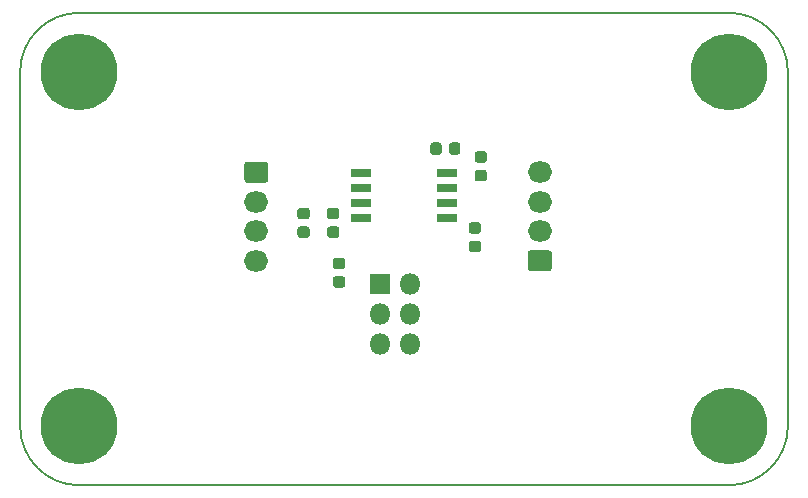
<source format=gbr>
%TF.GenerationSoftware,KiCad,Pcbnew,(5.1.6)-1*%
%TF.CreationDate,2020-12-10T00:03:04+01:00*%
%TF.ProjectId,06_I2C_2_NEOPIXELS,30365f49-3243-45f3-925f-4e454f504958,rev?*%
%TF.SameCoordinates,Original*%
%TF.FileFunction,Soldermask,Top*%
%TF.FilePolarity,Negative*%
%FSLAX46Y46*%
G04 Gerber Fmt 4.6, Leading zero omitted, Abs format (unit mm)*
G04 Created by KiCad (PCBNEW (5.1.6)-1) date 2020-12-10 00:03:04*
%MOMM*%
%LPD*%
G01*
G04 APERTURE LIST*
%TA.AperFunction,Profile*%
%ADD10C,0.150000*%
%TD*%
%ADD11C,6.500000*%
%ADD12C,0.900000*%
%ADD13O,2.050000X1.800000*%
%ADD14R,1.800000X1.800000*%
%ADD15O,1.800000X1.800000*%
%ADD16R,1.800000X0.750000*%
G04 APERTURE END LIST*
D10*
X160000000Y-55000000D02*
G75*
G02*
X165000000Y-60000000I0J-5000000D01*
G01*
X165000000Y-90000000D02*
G75*
G02*
X160000000Y-95000000I-5000000J0D01*
G01*
X105000000Y-95000000D02*
G75*
G02*
X100000000Y-90000000I0J5000000D01*
G01*
X100000000Y-60000000D02*
G75*
G02*
X105000000Y-55000000I5000000J0D01*
G01*
X100000000Y-90000000D02*
X100000000Y-60000000D01*
X160000000Y-95000000D02*
X105000000Y-95000000D01*
X165000000Y-60000000D02*
X165000000Y-90000000D01*
X105000000Y-55000000D02*
X160000000Y-55000000D01*
%TO.C,C1*%
G36*
G01*
X126718750Y-75725000D02*
X127281250Y-75725000D01*
G75*
G02*
X127525000Y-75968750I0J-243750D01*
G01*
X127525000Y-76456250D01*
G75*
G02*
X127281250Y-76700000I-243750J0D01*
G01*
X126718750Y-76700000D01*
G75*
G02*
X126475000Y-76456250I0J243750D01*
G01*
X126475000Y-75968750D01*
G75*
G02*
X126718750Y-75725000I243750J0D01*
G01*
G37*
G36*
G01*
X126718750Y-77300000D02*
X127281250Y-77300000D01*
G75*
G02*
X127525000Y-77543750I0J-243750D01*
G01*
X127525000Y-78031250D01*
G75*
G02*
X127281250Y-78275000I-243750J0D01*
G01*
X126718750Y-78275000D01*
G75*
G02*
X126475000Y-78031250I0J243750D01*
G01*
X126475000Y-77543750D01*
G75*
G02*
X126718750Y-77300000I243750J0D01*
G01*
G37*
%TD*%
D11*
%TO.C,H1*%
X105000000Y-60000000D03*
D12*
X107400000Y-60000000D03*
X106697056Y-61697056D03*
X105000000Y-62400000D03*
X103302944Y-61697056D03*
X102600000Y-60000000D03*
X103302944Y-58302944D03*
X105000000Y-57600000D03*
X106697056Y-58302944D03*
%TD*%
%TO.C,H2*%
X161697056Y-58302944D03*
X160000000Y-57600000D03*
X158302944Y-58302944D03*
X157600000Y-60000000D03*
X158302944Y-61697056D03*
X160000000Y-62400000D03*
X161697056Y-61697056D03*
X162400000Y-60000000D03*
D11*
X160000000Y-60000000D03*
%TD*%
D12*
%TO.C,H3*%
X161697056Y-88302944D03*
X160000000Y-87600000D03*
X158302944Y-88302944D03*
X157600000Y-90000000D03*
X158302944Y-91697056D03*
X160000000Y-92400000D03*
X161697056Y-91697056D03*
X162400000Y-90000000D03*
D11*
X160000000Y-90000000D03*
%TD*%
%TO.C,H4*%
X105000000Y-90000000D03*
D12*
X107400000Y-90000000D03*
X106697056Y-91697056D03*
X105000000Y-92400000D03*
X103302944Y-91697056D03*
X102600000Y-90000000D03*
X103302944Y-88302944D03*
X105000000Y-87600000D03*
X106697056Y-88302944D03*
%TD*%
%TO.C,J1*%
G36*
G01*
X144760294Y-76900000D02*
X143239706Y-76900000D01*
G75*
G02*
X142975000Y-76635294I0J264706D01*
G01*
X142975000Y-75364706D01*
G75*
G02*
X143239706Y-75100000I264706J0D01*
G01*
X144760294Y-75100000D01*
G75*
G02*
X145025000Y-75364706I0J-264706D01*
G01*
X145025000Y-76635294D01*
G75*
G02*
X144760294Y-76900000I-264706J0D01*
G01*
G37*
D13*
X144000000Y-73500000D03*
X144000000Y-71000000D03*
X144000000Y-68500000D03*
%TD*%
%TO.C,J2*%
X120000000Y-76000000D03*
X120000000Y-73500000D03*
X120000000Y-71000000D03*
G36*
G01*
X119239706Y-67600000D02*
X120760294Y-67600000D01*
G75*
G02*
X121025000Y-67864706I0J-264706D01*
G01*
X121025000Y-69135294D01*
G75*
G02*
X120760294Y-69400000I-264706J0D01*
G01*
X119239706Y-69400000D01*
G75*
G02*
X118975000Y-69135294I0J264706D01*
G01*
X118975000Y-67864706D01*
G75*
G02*
X119239706Y-67600000I264706J0D01*
G01*
G37*
%TD*%
D14*
%TO.C,J3*%
X130500000Y-78000000D03*
D15*
X133040000Y-78000000D03*
X130500000Y-80540000D03*
X133040000Y-80540000D03*
X130500000Y-83080000D03*
X133040000Y-83080000D03*
%TD*%
%TO.C,R1*%
G36*
G01*
X126781250Y-72487500D02*
X126218750Y-72487500D01*
G75*
G02*
X125975000Y-72243750I0J243750D01*
G01*
X125975000Y-71756250D01*
G75*
G02*
X126218750Y-71512500I243750J0D01*
G01*
X126781250Y-71512500D01*
G75*
G02*
X127025000Y-71756250I0J-243750D01*
G01*
X127025000Y-72243750D01*
G75*
G02*
X126781250Y-72487500I-243750J0D01*
G01*
G37*
G36*
G01*
X126781250Y-74062500D02*
X126218750Y-74062500D01*
G75*
G02*
X125975000Y-73818750I0J243750D01*
G01*
X125975000Y-73331250D01*
G75*
G02*
X126218750Y-73087500I243750J0D01*
G01*
X126781250Y-73087500D01*
G75*
G02*
X127025000Y-73331250I0J-243750D01*
G01*
X127025000Y-73818750D01*
G75*
G02*
X126781250Y-74062500I-243750J0D01*
G01*
G37*
%TD*%
%TO.C,R2*%
G36*
G01*
X124281250Y-74062500D02*
X123718750Y-74062500D01*
G75*
G02*
X123475000Y-73818750I0J243750D01*
G01*
X123475000Y-73331250D01*
G75*
G02*
X123718750Y-73087500I243750J0D01*
G01*
X124281250Y-73087500D01*
G75*
G02*
X124525000Y-73331250I0J-243750D01*
G01*
X124525000Y-73818750D01*
G75*
G02*
X124281250Y-74062500I-243750J0D01*
G01*
G37*
G36*
G01*
X124281250Y-72487500D02*
X123718750Y-72487500D01*
G75*
G02*
X123475000Y-72243750I0J243750D01*
G01*
X123475000Y-71756250D01*
G75*
G02*
X123718750Y-71512500I243750J0D01*
G01*
X124281250Y-71512500D01*
G75*
G02*
X124525000Y-71756250I0J-243750D01*
G01*
X124525000Y-72243750D01*
G75*
G02*
X124281250Y-72487500I-243750J0D01*
G01*
G37*
%TD*%
%TO.C,R3*%
G36*
G01*
X139281250Y-67700000D02*
X138718750Y-67700000D01*
G75*
G02*
X138475000Y-67456250I0J243750D01*
G01*
X138475000Y-66968750D01*
G75*
G02*
X138718750Y-66725000I243750J0D01*
G01*
X139281250Y-66725000D01*
G75*
G02*
X139525000Y-66968750I0J-243750D01*
G01*
X139525000Y-67456250D01*
G75*
G02*
X139281250Y-67700000I-243750J0D01*
G01*
G37*
G36*
G01*
X139281250Y-69275000D02*
X138718750Y-69275000D01*
G75*
G02*
X138475000Y-69031250I0J243750D01*
G01*
X138475000Y-68543750D01*
G75*
G02*
X138718750Y-68300000I243750J0D01*
G01*
X139281250Y-68300000D01*
G75*
G02*
X139525000Y-68543750I0J-243750D01*
G01*
X139525000Y-69031250D01*
G75*
G02*
X139281250Y-69275000I-243750J0D01*
G01*
G37*
%TD*%
%TO.C,R4*%
G36*
G01*
X134725000Y-66781250D02*
X134725000Y-66218750D01*
G75*
G02*
X134968750Y-65975000I243750J0D01*
G01*
X135456250Y-65975000D01*
G75*
G02*
X135700000Y-66218750I0J-243750D01*
G01*
X135700000Y-66781250D01*
G75*
G02*
X135456250Y-67025000I-243750J0D01*
G01*
X134968750Y-67025000D01*
G75*
G02*
X134725000Y-66781250I0J243750D01*
G01*
G37*
G36*
G01*
X136300000Y-66781250D02*
X136300000Y-66218750D01*
G75*
G02*
X136543750Y-65975000I243750J0D01*
G01*
X137031250Y-65975000D01*
G75*
G02*
X137275000Y-66218750I0J-243750D01*
G01*
X137275000Y-66781250D01*
G75*
G02*
X137031250Y-67025000I-243750J0D01*
G01*
X136543750Y-67025000D01*
G75*
G02*
X136300000Y-66781250I0J243750D01*
G01*
G37*
%TD*%
%TO.C,R5*%
G36*
G01*
X138218750Y-72725000D02*
X138781250Y-72725000D01*
G75*
G02*
X139025000Y-72968750I0J-243750D01*
G01*
X139025000Y-73456250D01*
G75*
G02*
X138781250Y-73700000I-243750J0D01*
G01*
X138218750Y-73700000D01*
G75*
G02*
X137975000Y-73456250I0J243750D01*
G01*
X137975000Y-72968750D01*
G75*
G02*
X138218750Y-72725000I243750J0D01*
G01*
G37*
G36*
G01*
X138218750Y-74300000D02*
X138781250Y-74300000D01*
G75*
G02*
X139025000Y-74543750I0J-243750D01*
G01*
X139025000Y-75031250D01*
G75*
G02*
X138781250Y-75275000I-243750J0D01*
G01*
X138218750Y-75275000D01*
G75*
G02*
X137975000Y-75031250I0J243750D01*
G01*
X137975000Y-74543750D01*
G75*
G02*
X138218750Y-74300000I243750J0D01*
G01*
G37*
%TD*%
D16*
%TO.C,U1*%
X136150000Y-72405000D03*
X136150000Y-71135000D03*
X136150000Y-69865000D03*
X136150000Y-68595000D03*
X128850000Y-68595000D03*
X128850000Y-69865000D03*
X128850000Y-71135000D03*
X128850000Y-72405000D03*
%TD*%
M02*

</source>
